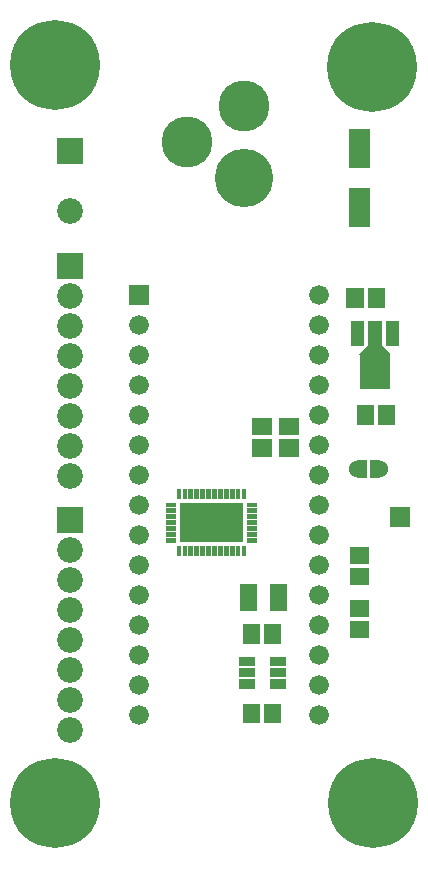
<source format=gbr>
G04 start of page 6 for group -4063 idx -4063 *
G04 Title: (unknown), componentmask *
G04 Creator: pcb 20140316 *
G04 CreationDate: Wed 01 Aug 2018 03:37:01 PM GMT UTC *
G04 For: railfan *
G04 Format: Gerber/RS-274X *
G04 PCB-Dimensions (mil): 1400.00 2800.00 *
G04 PCB-Coordinate-Origin: lower left *
%MOIN*%
%FSLAX25Y25*%
%LNTOPMASK*%
%ADD76R,0.1300X0.1300*%
%ADD75R,0.0304X0.0304*%
%ADD74R,0.0550X0.0550*%
%ADD73R,0.0158X0.0158*%
%ADD72R,0.0690X0.0690*%
%ADD71R,0.1005X0.1005*%
%ADD70R,0.0438X0.0438*%
%ADD69R,0.0572X0.0572*%
%ADD68R,0.0300X0.0300*%
%ADD67C,0.0600*%
%ADD66C,0.0001*%
%ADD65C,0.1700*%
%ADD64C,0.1950*%
%ADD63C,0.0860*%
%ADD62C,0.0660*%
%ADD61C,0.2997*%
G54D61*X17000Y17000D03*
X123000D03*
G54D62*X45000Y66500D03*
Y56500D03*
Y46500D03*
X105000D03*
Y56500D03*
Y66500D03*
G54D63*X22000Y61500D03*
Y51500D03*
Y41500D03*
G54D61*X122500Y262500D03*
X17000Y263000D03*
G54D64*X80000Y225500D03*
G54D65*Y249500D03*
X61000Y237500D03*
G54D66*G36*
X17700Y238800D02*Y230200D01*
X26300D01*
Y238800D01*
X17700D01*
G37*
G54D62*X105000Y166500D03*
Y176500D03*
Y186500D03*
X45000Y156500D03*
Y146500D03*
Y136500D03*
Y126500D03*
Y116500D03*
Y106500D03*
Y96500D03*
Y86500D03*
G54D66*G36*
X41700Y189800D02*Y183200D01*
X48300D01*
Y189800D01*
X41700D01*
G37*
G36*
X17700Y200300D02*Y191700D01*
X26300D01*
Y200300D01*
X17700D01*
G37*
G54D63*X22000Y186000D03*
Y214500D03*
G54D62*X45000Y176500D03*
G54D63*X22000Y176000D03*
G54D62*X45000Y166500D03*
G54D63*X22000Y166000D03*
Y156000D03*
Y146000D03*
Y136000D03*
Y126000D03*
G54D66*G36*
X17700Y115800D02*Y107200D01*
X26300D01*
Y115800D01*
X17700D01*
G37*
G54D63*X22000Y101500D03*
Y91500D03*
Y81500D03*
Y71500D03*
G54D62*X45000Y76500D03*
X105000D03*
Y86500D03*
Y96500D03*
Y106500D03*
Y146500D03*
Y156500D03*
Y116500D03*
Y126500D03*
Y136500D03*
G54D66*G36*
X128700Y115800D02*Y109200D01*
X135300D01*
Y115800D01*
X128700D01*
G37*
G54D67*X118100Y128500D03*
G54D68*X119600Y130000D02*Y127000D01*
G54D67*X124900Y128500D03*
G54D68*X123400Y130000D02*Y127000D01*
G54D69*X127543Y146893D02*Y146107D01*
X120457Y146893D02*Y146107D01*
G54D70*X129501Y175609D02*Y171515D01*
X123595Y175609D02*Y163799D01*
G54D71*Y162065D02*Y160175D01*
G54D66*G36*
X125480Y170054D02*X128744Y166790D01*
X126900Y164946D01*
X123636Y168210D01*
X125480Y170054D01*
G37*
G36*
X118446Y166790D02*X121710Y170054D01*
X123554Y168210D01*
X120290Y164946D01*
X118446Y166790D01*
G37*
G54D70*X117689Y175609D02*Y171515D01*
G54D69*X118107Y99586D02*X118893D01*
X118107Y92500D02*X118893D01*
X118107Y82043D02*X118893D01*
X118107Y74957D02*X118893D01*
G54D72*X118500Y218807D02*Y212508D01*
Y238492D02*Y232193D01*
G54D69*X124043Y185893D02*Y185107D01*
X116957Y185893D02*Y185107D01*
G54D73*X79941Y120898D02*Y119126D01*
G54D69*X85607Y135457D02*X86393D01*
X85607Y142543D02*X86393D01*
X94607Y135457D02*X95393D01*
X94607Y142543D02*X95393D01*
G54D73*X77972Y120898D02*Y119126D01*
X76004Y120898D02*Y119126D01*
X74035Y120898D02*Y119126D01*
X72067Y120898D02*Y119126D01*
G54D69*X82457Y47393D02*Y46607D01*
Y73893D02*Y73107D01*
G54D74*X81500Y87300D02*Y83700D01*
G54D69*X89543Y47393D02*Y46607D01*
Y73893D02*Y73107D01*
G54D74*X91500Y87300D02*Y83700D01*
G54D75*X89976Y56760D02*X92339D01*
X89976Y60500D02*X92339D01*
X89976Y64240D02*X92339D01*
X79661D02*X82024D01*
X79661Y60500D02*X82024D01*
X79661Y56760D02*X82024D01*
G54D73*X70098Y120898D02*Y119126D01*
X68130Y120898D02*Y119126D01*
X66161Y120898D02*Y119126D01*
X64193Y120898D02*Y119126D01*
X62224Y120898D02*Y119126D01*
X60256Y120898D02*Y119126D01*
X58287Y120898D02*Y119126D01*
X54842Y116469D02*X56614D01*
X54842Y114500D02*X56614D01*
X54842Y112532D02*X56614D01*
X54842Y110563D02*X56614D01*
X54842Y108594D02*X56614D01*
X54842Y106626D02*X56614D01*
X54842Y104657D02*X56614D01*
X58287Y102000D02*Y100228D01*
X60256Y102000D02*Y100228D01*
X62224Y102000D02*Y100228D01*
X64193Y102000D02*Y100228D01*
X66161Y102000D02*Y100228D01*
X68130Y102000D02*Y100228D01*
X70098Y102000D02*Y100228D01*
X72067Y102000D02*Y100228D01*
X74035Y102000D02*Y100228D01*
X76004Y102000D02*Y100228D01*
X77972Y102000D02*Y100228D01*
X79941Y102000D02*Y100228D01*
X81614Y104657D02*X83386D01*
X81614Y106626D02*X83386D01*
X81614Y108594D02*X83386D01*
X81614Y110563D02*X83386D01*
X81614Y112532D02*X83386D01*
X81614Y114500D02*X83386D01*
X81614Y116469D02*X83386D01*
G54D76*X65176Y110563D02*X73052D01*
X66614D02*X71614D01*
M02*

</source>
